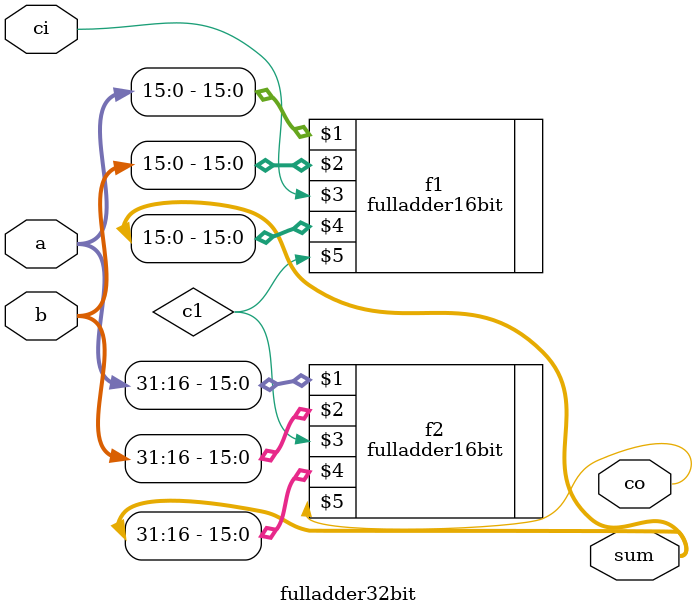
<source format=v>
`include "fulladder16bit.v"

module fulladder32bit(a,b,ci,sum,co);

input [31:0] a,b;
input ci;
output [31:0] sum;
output co;

wire c1;

fulladder16bit f1(a[15:0],b[15:0],ci,sum[15:0],c1);
fulladder16bit f2(a[31:16],b[31:16],c1,sum[31:16],co);

endmodule

</source>
